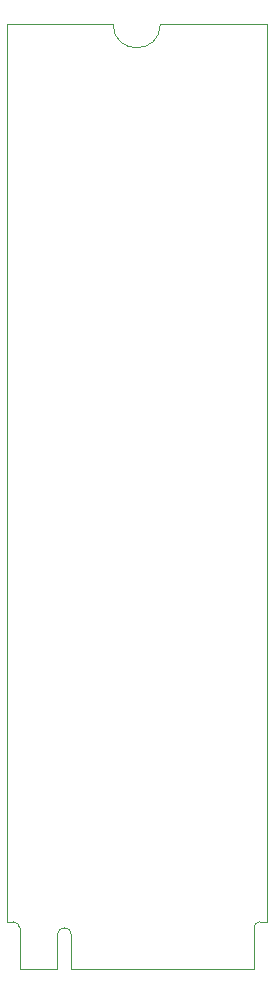
<source format=gbr>
%TF.GenerationSoftware,KiCad,Pcbnew,8.0.6*%
%TF.CreationDate,2024-11-23T18:19:37+01:00*%
%TF.ProjectId,M2SmartHome,4d32536d-6172-4744-986f-6d652e6b6963,rev?*%
%TF.SameCoordinates,Original*%
%TF.FileFunction,Profile,NP*%
%FSLAX46Y46*%
G04 Gerber Fmt 4.6, Leading zero omitted, Abs format (unit mm)*
G04 Created by KiCad (PCBNEW 8.0.6) date 2024-11-23 18:19:37*
%MOMM*%
%LPD*%
G01*
G04 APERTURE LIST*
%TA.AperFunction,Profile*%
%ADD10C,0.050000*%
%TD*%
G04 APERTURE END LIST*
D10*
X103000000Y-86000000D02*
X94000000Y-86000000D01*
X81000000Y-86000000D02*
X90000000Y-86000000D01*
X103000000Y-162000000D02*
X103000000Y-86000000D01*
X81000000Y-162000000D02*
X81000000Y-86000000D01*
X94000000Y-86000000D02*
G75*
G02*
X90000000Y-86000000I-2000000J0D01*
G01*
%TO.C,J1*%
X81000000Y-162000000D02*
X81575000Y-162000000D01*
X82075000Y-162500000D02*
X82075000Y-166000000D01*
X82075000Y-166000000D02*
X85275000Y-166000000D01*
X85275000Y-166000000D02*
X85275000Y-163100000D01*
X86475000Y-163100000D02*
X86475000Y-166000000D01*
X86475000Y-166000000D02*
X92000000Y-166000000D01*
X92000000Y-166000000D02*
X101925000Y-166000000D01*
X101925000Y-166000000D02*
X101925000Y-162500000D01*
X102425000Y-162000000D02*
X103000000Y-162000000D01*
X81575000Y-162000000D02*
G75*
G02*
X82075000Y-162500000I-1J-500001D01*
G01*
X85275000Y-163100000D02*
G75*
G02*
X86475000Y-163100000I600000J0D01*
G01*
X101925000Y-162500000D02*
G75*
G02*
X102425000Y-162000000I500000J0D01*
G01*
%TD*%
M02*

</source>
